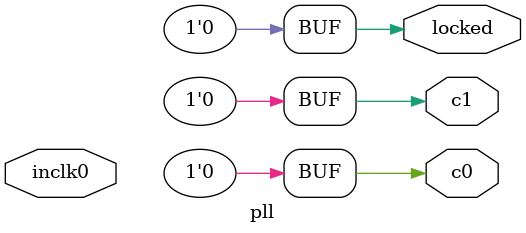
<source format=v>
module pll(	// file.cleaned.mlir:2:3
  input  inclk0,	// file.cleaned.mlir:2:21
  output c0,	// file.cleaned.mlir:2:39
         c1,	// file.cleaned.mlir:2:52
         locked	// file.cleaned.mlir:2:65
);

  assign c0 = 1'h0;	// file.cleaned.mlir:3:14, :4:5
  assign c1 = 1'h0;	// file.cleaned.mlir:3:14, :4:5
  assign locked = 1'h0;	// file.cleaned.mlir:3:14, :4:5
endmodule


</source>
